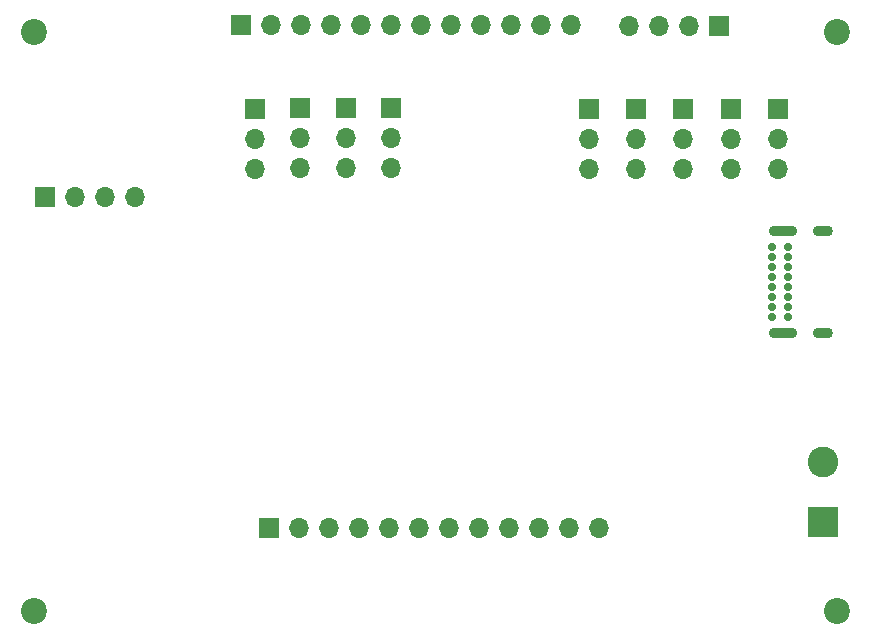
<source format=gbs>
G04 #@! TF.GenerationSoftware,KiCad,Pcbnew,8.0.4*
G04 #@! TF.CreationDate,2024-09-23T19:03:46-05:00*
G04 #@! TF.ProjectId,STM32_board,53544d33-325f-4626-9f61-72642e6b6963,rev?*
G04 #@! TF.SameCoordinates,Original*
G04 #@! TF.FileFunction,Soldermask,Bot*
G04 #@! TF.FilePolarity,Negative*
%FSLAX46Y46*%
G04 Gerber Fmt 4.6, Leading zero omitted, Abs format (unit mm)*
G04 Created by KiCad (PCBNEW 8.0.4) date 2024-09-23 19:03:46*
%MOMM*%
%LPD*%
G01*
G04 APERTURE LIST*
%ADD10R,1.700000X1.700000*%
%ADD11O,1.700000X1.700000*%
%ADD12C,2.200000*%
%ADD13R,2.600000X2.600000*%
%ADD14C,2.600000*%
%ADD15O,2.400000X0.900000*%
%ADD16O,1.700000X0.900000*%
%ADD17C,0.700000*%
G04 APERTURE END LIST*
D10*
X128700000Y-79975000D03*
D11*
X128700000Y-82515000D03*
X128700000Y-85055000D03*
D12*
X178000000Y-73500000D03*
D10*
X161000000Y-80000000D03*
D11*
X161000000Y-82540000D03*
X161000000Y-85080000D03*
D10*
X127585000Y-72900000D03*
D11*
X130125000Y-72900000D03*
X132665000Y-72900000D03*
X135205000Y-72900000D03*
X137745000Y-72900000D03*
X140285000Y-72900000D03*
X142825000Y-72900000D03*
X145365000Y-72900000D03*
X147905000Y-72900000D03*
X150445000Y-72900000D03*
X152985000Y-72900000D03*
X155525000Y-72900000D03*
D10*
X129890000Y-115475000D03*
D11*
X132430000Y-115475000D03*
X134970000Y-115475000D03*
X137510000Y-115475000D03*
X140050000Y-115475000D03*
X142590000Y-115475000D03*
X145130000Y-115475000D03*
X147670000Y-115475000D03*
X150210000Y-115475000D03*
X152750000Y-115475000D03*
X155290000Y-115475000D03*
X157830000Y-115475000D03*
D10*
X110920000Y-87500000D03*
D11*
X113460000Y-87500000D03*
X116000000Y-87500000D03*
X118540000Y-87500000D03*
D12*
X110000000Y-122500000D03*
X178000000Y-122500000D03*
D10*
X165000000Y-80000000D03*
D11*
X165000000Y-82540000D03*
X165000000Y-85080000D03*
D10*
X140275000Y-79970000D03*
D11*
X140275000Y-82510000D03*
X140275000Y-85050000D03*
D13*
X176805000Y-115000000D03*
D14*
X176805000Y-109920000D03*
D12*
X110000000Y-73500000D03*
D10*
X132550000Y-79970000D03*
D11*
X132550000Y-82510000D03*
X132550000Y-85050000D03*
D10*
X169000000Y-79975000D03*
D11*
X169000000Y-82515000D03*
X169000000Y-85055000D03*
D10*
X136400000Y-79970000D03*
D11*
X136400000Y-82510000D03*
X136400000Y-85050000D03*
D10*
X168000000Y-73000000D03*
D11*
X165460000Y-73000000D03*
X162920000Y-73000000D03*
X160380000Y-73000000D03*
D10*
X157000000Y-79975000D03*
D11*
X157000000Y-82515000D03*
X157000000Y-85055000D03*
D10*
X173000000Y-79975000D03*
D11*
X173000000Y-82515000D03*
X173000000Y-85055000D03*
D15*
X173455000Y-99000000D03*
D16*
X176835000Y-99000000D03*
D15*
X173455000Y-90350000D03*
D16*
X176835000Y-90350000D03*
D17*
X173825000Y-91700000D03*
X173825000Y-92550000D03*
X173825000Y-93400000D03*
X173825000Y-94250000D03*
X173825000Y-95100000D03*
X173825000Y-95950000D03*
X173825000Y-96800000D03*
X173825000Y-97650000D03*
X172475000Y-97650000D03*
X172475000Y-96800000D03*
X172475000Y-95950000D03*
X172475000Y-95100000D03*
X172475000Y-94250000D03*
X172475000Y-93400000D03*
X172475000Y-92550000D03*
X172475000Y-91700000D03*
M02*

</source>
